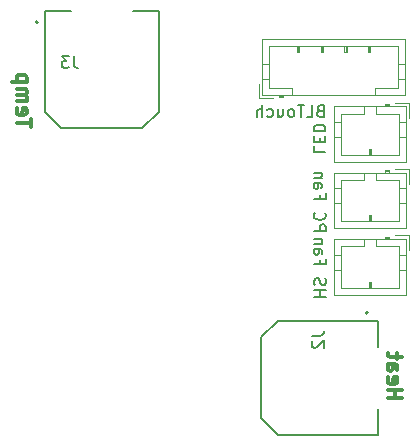
<source format=gbr>
%TF.GenerationSoftware,KiCad,Pcbnew,(6.0.2-0)*%
%TF.CreationDate,2023-02-02T13:40:45+11:00*%
%TF.ProjectId,AD3 HE Board,41443320-4845-4204-926f-6172642e6b69,rev?*%
%TF.SameCoordinates,PXbb4d38PY34c3148*%
%TF.FileFunction,Legend,Bot*%
%TF.FilePolarity,Positive*%
%FSLAX46Y46*%
G04 Gerber Fmt 4.6, Leading zero omitted, Abs format (unit mm)*
G04 Created by KiCad (PCBNEW (6.0.2-0)) date 2023-02-02 13:40:45*
%MOMM*%
%LPD*%
G01*
G04 APERTURE LIST*
%ADD10C,0.150000*%
%ADD11C,0.300000*%
%ADD12C,0.127000*%
%ADD13C,0.200000*%
%ADD14C,0.120000*%
G04 APERTURE END LIST*
D10*
X33472619Y25157143D02*
X33472619Y24680953D01*
X34472619Y24680953D01*
X33996428Y25490477D02*
X33996428Y25823810D01*
X33472619Y25966667D02*
X33472619Y25490477D01*
X34472619Y25490477D01*
X34472619Y25966667D01*
X33472619Y26395239D02*
X34472619Y26395239D01*
X34472619Y26633334D01*
X34425000Y26776191D01*
X34329761Y26871429D01*
X34234523Y26919048D01*
X34044047Y26966667D01*
X33901190Y26966667D01*
X33710714Y26919048D01*
X33615476Y26871429D01*
X33520238Y26776191D01*
X33472619Y26633334D01*
X33472619Y26395239D01*
D11*
X9584523Y26733334D02*
X9584523Y27447620D01*
X8334523Y27090477D02*
X9584523Y27090477D01*
X8394047Y28340477D02*
X8334523Y28221429D01*
X8334523Y27983334D01*
X8394047Y27864286D01*
X8513095Y27804762D01*
X8989285Y27804762D01*
X9108333Y27864286D01*
X9167857Y27983334D01*
X9167857Y28221429D01*
X9108333Y28340477D01*
X8989285Y28400000D01*
X8870238Y28400000D01*
X8751190Y27804762D01*
X8334523Y28935715D02*
X9167857Y28935715D01*
X9048809Y28935715D02*
X9108333Y28995239D01*
X9167857Y29114286D01*
X9167857Y29292858D01*
X9108333Y29411905D01*
X8989285Y29471429D01*
X8334523Y29471429D01*
X8989285Y29471429D02*
X9108333Y29530953D01*
X9167857Y29650000D01*
X9167857Y29828572D01*
X9108333Y29947620D01*
X8989285Y30007143D01*
X8334523Y30007143D01*
X9167857Y30602381D02*
X7917857Y30602381D01*
X9108333Y30602381D02*
X9167857Y30721429D01*
X9167857Y30959524D01*
X9108333Y31078572D01*
X9048809Y31138096D01*
X8929761Y31197620D01*
X8572619Y31197620D01*
X8453571Y31138096D01*
X8394047Y31078572D01*
X8334523Y30959524D01*
X8334523Y30721429D01*
X8394047Y30602381D01*
D10*
X34025000Y28146429D02*
X33882142Y28098810D01*
X33834523Y28051191D01*
X33786904Y27955953D01*
X33786904Y27813096D01*
X33834523Y27717858D01*
X33882142Y27670239D01*
X33977380Y27622620D01*
X34358333Y27622620D01*
X34358333Y28622620D01*
X34025000Y28622620D01*
X33929761Y28575000D01*
X33882142Y28527381D01*
X33834523Y28432143D01*
X33834523Y28336905D01*
X33882142Y28241667D01*
X33929761Y28194048D01*
X34025000Y28146429D01*
X34358333Y28146429D01*
X32882142Y27622620D02*
X33358333Y27622620D01*
X33358333Y28622620D01*
X32691666Y28622620D02*
X32120238Y28622620D01*
X32405952Y27622620D02*
X32405952Y28622620D01*
X31644047Y27622620D02*
X31739285Y27670239D01*
X31786904Y27717858D01*
X31834523Y27813096D01*
X31834523Y28098810D01*
X31786904Y28194048D01*
X31739285Y28241667D01*
X31644047Y28289286D01*
X31501190Y28289286D01*
X31405952Y28241667D01*
X31358333Y28194048D01*
X31310714Y28098810D01*
X31310714Y27813096D01*
X31358333Y27717858D01*
X31405952Y27670239D01*
X31501190Y27622620D01*
X31644047Y27622620D01*
X30453571Y28289286D02*
X30453571Y27622620D01*
X30882142Y28289286D02*
X30882142Y27765477D01*
X30834523Y27670239D01*
X30739285Y27622620D01*
X30596428Y27622620D01*
X30501190Y27670239D01*
X30453571Y27717858D01*
X29548809Y27670239D02*
X29644047Y27622620D01*
X29834523Y27622620D01*
X29929761Y27670239D01*
X29977380Y27717858D01*
X30025000Y27813096D01*
X30025000Y28098810D01*
X29977380Y28194048D01*
X29929761Y28241667D01*
X29834523Y28289286D01*
X29644047Y28289286D01*
X29548809Y28241667D01*
X29120238Y27622620D02*
X29120238Y28622620D01*
X28691666Y27622620D02*
X28691666Y28146429D01*
X28739285Y28241667D01*
X28834523Y28289286D01*
X28977380Y28289286D01*
X29072619Y28241667D01*
X29120238Y28194048D01*
D11*
X39734523Y3784524D02*
X40984523Y3784524D01*
X40389285Y3784524D02*
X40389285Y4498810D01*
X39734523Y4498810D02*
X40984523Y4498810D01*
X39794047Y5570239D02*
X39734523Y5451191D01*
X39734523Y5213096D01*
X39794047Y5094048D01*
X39913095Y5034524D01*
X40389285Y5034524D01*
X40508333Y5094048D01*
X40567857Y5213096D01*
X40567857Y5451191D01*
X40508333Y5570239D01*
X40389285Y5629762D01*
X40270238Y5629762D01*
X40151190Y5034524D01*
X39734523Y6701191D02*
X40389285Y6701191D01*
X40508333Y6641667D01*
X40567857Y6522620D01*
X40567857Y6284524D01*
X40508333Y6165477D01*
X39794047Y6701191D02*
X39734523Y6582143D01*
X39734523Y6284524D01*
X39794047Y6165477D01*
X39913095Y6105953D01*
X40032142Y6105953D01*
X40151190Y6165477D01*
X40210714Y6284524D01*
X40210714Y6582143D01*
X40270238Y6701191D01*
X40567857Y7117858D02*
X40567857Y7594048D01*
X40984523Y7296429D02*
X39913095Y7296429D01*
X39794047Y7355953D01*
X39734523Y7475000D01*
X39734523Y7594048D01*
D10*
X33522619Y12373810D02*
X34522619Y12373810D01*
X34046428Y12373810D02*
X34046428Y12945239D01*
X33522619Y12945239D02*
X34522619Y12945239D01*
X33570238Y13373810D02*
X33522619Y13516667D01*
X33522619Y13754762D01*
X33570238Y13850000D01*
X33617857Y13897620D01*
X33713095Y13945239D01*
X33808333Y13945239D01*
X33903571Y13897620D01*
X33951190Y13850000D01*
X33998809Y13754762D01*
X34046428Y13564286D01*
X34094047Y13469048D01*
X34141666Y13421429D01*
X34236904Y13373810D01*
X34332142Y13373810D01*
X34427380Y13421429D01*
X34475000Y13469048D01*
X34522619Y13564286D01*
X34522619Y13802381D01*
X34475000Y13945239D01*
X34046428Y15469048D02*
X34046428Y15135715D01*
X33522619Y15135715D02*
X34522619Y15135715D01*
X34522619Y15611905D01*
X33522619Y16421429D02*
X34046428Y16421429D01*
X34141666Y16373810D01*
X34189285Y16278572D01*
X34189285Y16088096D01*
X34141666Y15992858D01*
X33570238Y16421429D02*
X33522619Y16326191D01*
X33522619Y16088096D01*
X33570238Y15992858D01*
X33665476Y15945239D01*
X33760714Y15945239D01*
X33855952Y15992858D01*
X33903571Y16088096D01*
X33903571Y16326191D01*
X33951190Y16421429D01*
X34189285Y16897620D02*
X33522619Y16897620D01*
X34094047Y16897620D02*
X34141666Y16945239D01*
X34189285Y17040477D01*
X34189285Y17183334D01*
X34141666Y17278572D01*
X34046428Y17326191D01*
X33522619Y17326191D01*
X33497619Y17948810D02*
X34497619Y17948810D01*
X34497619Y18329762D01*
X34450000Y18425000D01*
X34402380Y18472620D01*
X34307142Y18520239D01*
X34164285Y18520239D01*
X34069047Y18472620D01*
X34021428Y18425000D01*
X33973809Y18329762D01*
X33973809Y17948810D01*
X33592857Y19520239D02*
X33545238Y19472620D01*
X33497619Y19329762D01*
X33497619Y19234524D01*
X33545238Y19091667D01*
X33640476Y18996429D01*
X33735714Y18948810D01*
X33926190Y18901191D01*
X34069047Y18901191D01*
X34259523Y18948810D01*
X34354761Y18996429D01*
X34450000Y19091667D01*
X34497619Y19234524D01*
X34497619Y19329762D01*
X34450000Y19472620D01*
X34402380Y19520239D01*
X34021428Y21044048D02*
X34021428Y20710715D01*
X33497619Y20710715D02*
X34497619Y20710715D01*
X34497619Y21186905D01*
X33497619Y21996429D02*
X34021428Y21996429D01*
X34116666Y21948810D01*
X34164285Y21853572D01*
X34164285Y21663096D01*
X34116666Y21567858D01*
X33545238Y21996429D02*
X33497619Y21901191D01*
X33497619Y21663096D01*
X33545238Y21567858D01*
X33640476Y21520239D01*
X33735714Y21520239D01*
X33830952Y21567858D01*
X33878571Y21663096D01*
X33878571Y21901191D01*
X33926190Y21996429D01*
X34164285Y22472620D02*
X33497619Y22472620D01*
X34069047Y22472620D02*
X34116666Y22520239D01*
X34164285Y22615477D01*
X34164285Y22758334D01*
X34116666Y22853572D01*
X34021428Y22901191D01*
X33497619Y22901191D01*
%TO.C,J3*%
X13158333Y32772620D02*
X13158333Y32058334D01*
X13205952Y31915477D01*
X13301190Y31820239D01*
X13444047Y31772620D01*
X13539285Y31772620D01*
X12777380Y32772620D02*
X12158333Y32772620D01*
X12491666Y32391667D01*
X12348809Y32391667D01*
X12253571Y32344048D01*
X12205952Y32296429D01*
X12158333Y32201191D01*
X12158333Y31963096D01*
X12205952Y31867858D01*
X12253571Y31820239D01*
X12348809Y31772620D01*
X12634523Y31772620D01*
X12729761Y31820239D01*
X12777380Y31867858D01*
%TO.C,J2*%
X33327380Y9083334D02*
X34041666Y9083334D01*
X34184523Y9130953D01*
X34279761Y9226191D01*
X34327380Y9369048D01*
X34327380Y9464286D01*
X33422619Y8654762D02*
X33375000Y8607143D01*
X33327380Y8511905D01*
X33327380Y8273810D01*
X33375000Y8178572D01*
X33422619Y8130953D01*
X33517857Y8083334D01*
X33613095Y8083334D01*
X33755952Y8130953D01*
X34327380Y8702381D01*
X34327380Y8083334D01*
D12*
%TO.C,J3*%
X10700000Y28075000D02*
X10700000Y36575000D01*
X12100000Y26675000D02*
X10700000Y28075000D01*
X20350000Y36575000D02*
X20350000Y28075000D01*
X20350000Y28075000D02*
X18950000Y26675000D01*
X12905000Y36575000D02*
X10700000Y36575000D01*
X18950000Y26675000D02*
X12100000Y26675000D01*
X20350000Y36575000D02*
X18145000Y36575000D01*
D13*
X10125000Y35625000D02*
G75*
G03*
X10125000Y35625000I-100000J0D01*
G01*
D14*
%TO.C,J5*%
X39525000Y28610000D02*
X39825000Y28610000D01*
X37725000Y27900000D02*
X37725000Y28510000D01*
X41285000Y27200000D02*
X40675000Y27200000D01*
X38725000Y27900000D02*
X40675000Y27900000D01*
X41285000Y28510000D02*
X41285000Y23790000D01*
X41585000Y28810000D02*
X41585000Y27560000D01*
X38325000Y24900000D02*
X38125000Y24900000D01*
X41285000Y23790000D02*
X35165000Y23790000D01*
X40675000Y24400000D02*
X35775000Y24400000D01*
X39525000Y28710000D02*
X39825000Y28710000D01*
X35165000Y27200000D02*
X35775000Y27200000D01*
X35165000Y23790000D02*
X35165000Y28510000D01*
X35165000Y28510000D02*
X41285000Y28510000D01*
X39525000Y28510000D02*
X39525000Y28710000D01*
X35165000Y25900000D02*
X35775000Y25900000D01*
X40335000Y28810000D02*
X41585000Y28810000D01*
X38325000Y24400000D02*
X38325000Y24900000D01*
X38125000Y24900000D02*
X38125000Y24400000D01*
X38725000Y28510000D02*
X38725000Y27900000D01*
X41285000Y25900000D02*
X40675000Y25900000D01*
X35775000Y27900000D02*
X37725000Y27900000D01*
X40675000Y27900000D02*
X40675000Y24400000D01*
X35775000Y24400000D02*
X35775000Y27900000D01*
X38225000Y24400000D02*
X38225000Y24900000D01*
X39825000Y28710000D02*
X39825000Y28510000D01*
%TO.C,J7*%
X35165000Y17285000D02*
X41285000Y17285000D01*
X35165000Y14675000D02*
X35775000Y14675000D01*
X41285000Y17285000D02*
X41285000Y12565000D01*
X39525000Y17485000D02*
X39825000Y17485000D01*
X37725000Y16675000D02*
X37725000Y17285000D01*
X38125000Y13675000D02*
X38125000Y13175000D01*
X39525000Y17385000D02*
X39825000Y17385000D01*
X38325000Y13675000D02*
X38125000Y13675000D01*
X39525000Y17285000D02*
X39525000Y17485000D01*
X38725000Y16675000D02*
X40675000Y16675000D01*
X35775000Y16675000D02*
X37725000Y16675000D01*
X41585000Y17585000D02*
X41585000Y16335000D01*
X38225000Y13175000D02*
X38225000Y13675000D01*
X35165000Y15975000D02*
X35775000Y15975000D01*
X35165000Y12565000D02*
X35165000Y17285000D01*
X41285000Y12565000D02*
X35165000Y12565000D01*
X40675000Y13175000D02*
X35775000Y13175000D01*
X40335000Y17585000D02*
X41585000Y17585000D01*
X39825000Y17485000D02*
X39825000Y17285000D01*
X35775000Y13175000D02*
X35775000Y16675000D01*
X41285000Y14675000D02*
X40675000Y14675000D01*
X38725000Y17285000D02*
X38725000Y16675000D01*
X38325000Y13175000D02*
X38325000Y13675000D01*
X40675000Y16675000D02*
X40675000Y13175000D01*
X41285000Y15975000D02*
X40675000Y15975000D01*
D12*
%TO.C,J2*%
X29025000Y2125000D02*
X29025000Y8975000D01*
X38925000Y725000D02*
X30425000Y725000D01*
X38925000Y725000D02*
X38925000Y2930000D01*
X38925000Y8170000D02*
X38925000Y10375000D01*
X30425000Y725000D02*
X29025000Y2125000D01*
X29025000Y8975000D02*
X30425000Y10375000D01*
X30425000Y10375000D02*
X38925000Y10375000D01*
D13*
X38075000Y11050000D02*
G75*
G03*
X38075000Y11050000I-100000J0D01*
G01*
D14*
%TO.C,J4*%
X38725000Y22300000D02*
X40675000Y22300000D01*
X39525000Y22910000D02*
X39525000Y23110000D01*
X38325000Y19300000D02*
X38125000Y19300000D01*
X40675000Y18800000D02*
X35775000Y18800000D01*
X38125000Y19300000D02*
X38125000Y18800000D01*
X41285000Y21600000D02*
X40675000Y21600000D01*
X38325000Y18800000D02*
X38325000Y19300000D01*
X39525000Y23110000D02*
X39825000Y23110000D01*
X41585000Y23210000D02*
X41585000Y21960000D01*
X35775000Y22300000D02*
X37725000Y22300000D01*
X38225000Y18800000D02*
X38225000Y19300000D01*
X40675000Y22300000D02*
X40675000Y18800000D01*
X41285000Y18190000D02*
X35165000Y18190000D01*
X39825000Y23110000D02*
X39825000Y22910000D01*
X35775000Y18800000D02*
X35775000Y22300000D01*
X40335000Y23210000D02*
X41585000Y23210000D01*
X41285000Y20300000D02*
X40675000Y20300000D01*
X41285000Y22910000D02*
X41285000Y18190000D01*
X35165000Y22910000D02*
X41285000Y22910000D01*
X38725000Y22910000D02*
X38725000Y22300000D01*
X35165000Y18190000D02*
X35165000Y22910000D01*
X37725000Y22300000D02*
X37725000Y22910000D01*
X35165000Y20300000D02*
X35775000Y20300000D01*
X35165000Y21600000D02*
X35775000Y21600000D01*
X39525000Y23010000D02*
X39825000Y23010000D01*
%TO.C,J6*%
X41235000Y32100000D02*
X40625000Y32100000D01*
X41235000Y30800000D02*
X40625000Y30800000D01*
X38175000Y33600000D02*
X38175000Y33100000D01*
X32075000Y33600000D02*
X32075000Y33100000D01*
X38275000Y33100000D02*
X38275000Y33600000D01*
X32175000Y33600000D02*
X32175000Y33100000D01*
X34075000Y33100000D02*
X34275000Y33100000D01*
X29115000Y34210000D02*
X41235000Y34210000D01*
X40625000Y33600000D02*
X40625000Y30100000D01*
X31675000Y29490000D02*
X31675000Y30100000D01*
X29115000Y30800000D02*
X29725000Y30800000D01*
X38075000Y33600000D02*
X38075000Y33100000D01*
X29115000Y32100000D02*
X29725000Y32100000D01*
X36275000Y33100000D02*
X36275000Y33600000D01*
X32275000Y33100000D02*
X32275000Y33600000D01*
X30575000Y29290000D02*
X30575000Y29490000D01*
X34275000Y33100000D02*
X34275000Y33600000D01*
X38075000Y33100000D02*
X38275000Y33100000D01*
X30875000Y29390000D02*
X30575000Y29390000D01*
X40625000Y30100000D02*
X38675000Y30100000D01*
X41235000Y34210000D02*
X41235000Y29490000D01*
X36075000Y33100000D02*
X36275000Y33100000D01*
X34175000Y33600000D02*
X34175000Y33100000D01*
X31675000Y30100000D02*
X29725000Y30100000D01*
X29115000Y29490000D02*
X29115000Y34210000D01*
X32075000Y33100000D02*
X32275000Y33100000D01*
X28815000Y29190000D02*
X28815000Y30440000D01*
X38675000Y30100000D02*
X38675000Y29490000D01*
X30065000Y29190000D02*
X28815000Y29190000D01*
X29725000Y30100000D02*
X29725000Y33600000D01*
X30875000Y29290000D02*
X30575000Y29290000D01*
X36075000Y33600000D02*
X36075000Y33100000D01*
X41235000Y29490000D02*
X29115000Y29490000D01*
X30875000Y29490000D02*
X30875000Y29290000D01*
X36175000Y33600000D02*
X36175000Y33100000D01*
X34075000Y33600000D02*
X34075000Y33100000D01*
X29725000Y33600000D02*
X40625000Y33600000D01*
%TD*%
M02*

</source>
